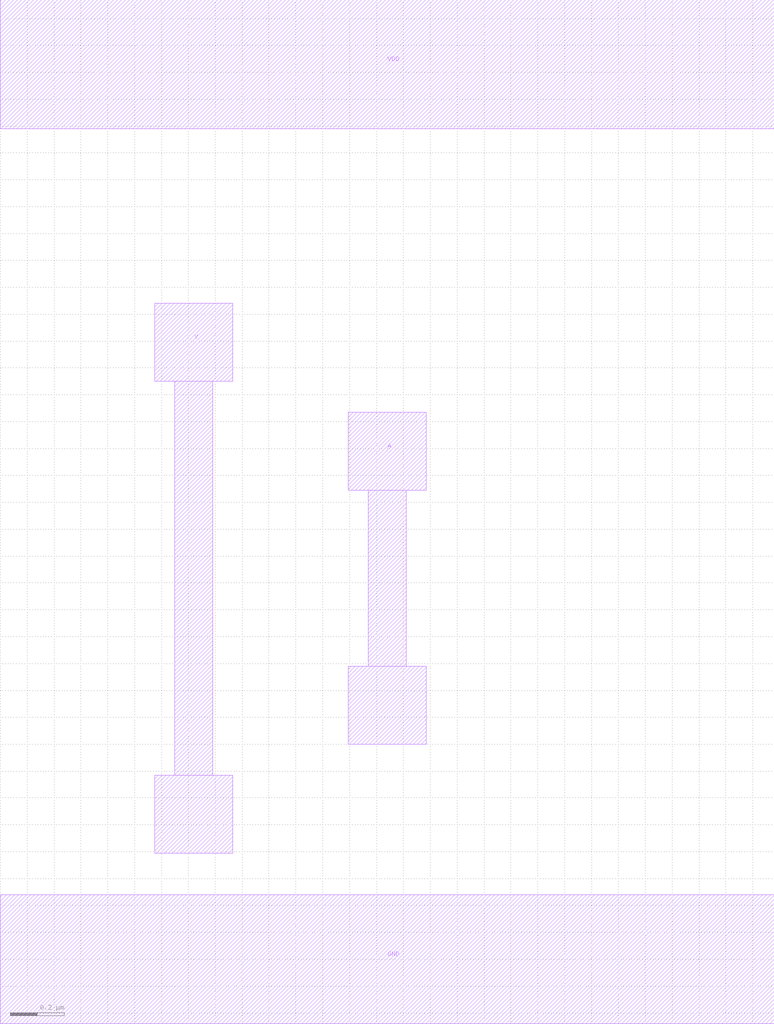
<source format=lef>
MACRO INV
 CLASS CORE ;
 FOREIGN INV 0 0 ;
 ORIGIN 0 0 ;
 SYMMETRY X Y R90 ;
 SITE CORE ;
  PIN VDD
   DIRECTION INOUT ;
   USE SIGNAL ;
   SHAPE ABUTMENT ;
    PORT
     CLASS CORE ;
       LAYER metal2 ;
        RECT 0.00000000 3.09000000 2.88000000 3.57000000 ;
    END
  END VDD

  PIN GND
   DIRECTION INOUT ;
   USE SIGNAL ;
   SHAPE ABUTMENT ;
    PORT
     CLASS CORE ;
       LAYER metal2 ;
        RECT 0.00000000 -0.24000000 2.88000000 0.24000000 ;
    END
  END GND

  PIN Y
   DIRECTION INOUT ;
   USE SIGNAL ;
   SHAPE ABUTMENT ;
    PORT
     CLASS CORE ;
       LAYER metal2 ;
        RECT 0.57500000 0.39500000 0.86500000 0.68500000 ;
        RECT 0.65000000 0.68500000 0.79000000 2.15000000 ;
        RECT 0.57500000 2.15000000 0.86500000 2.44000000 ;
    END
  END Y

  PIN A
   DIRECTION INOUT ;
   USE SIGNAL ;
   SHAPE ABUTMENT ;
    PORT
     CLASS CORE ;
       LAYER metal2 ;
        RECT 1.29500000 0.80000000 1.58500000 1.09000000 ;
        RECT 1.37000000 1.09000000 1.51000000 1.74500000 ;
        RECT 1.29500000 1.74500000 1.58500000 2.03500000 ;
    END
  END A


END INV

</source>
